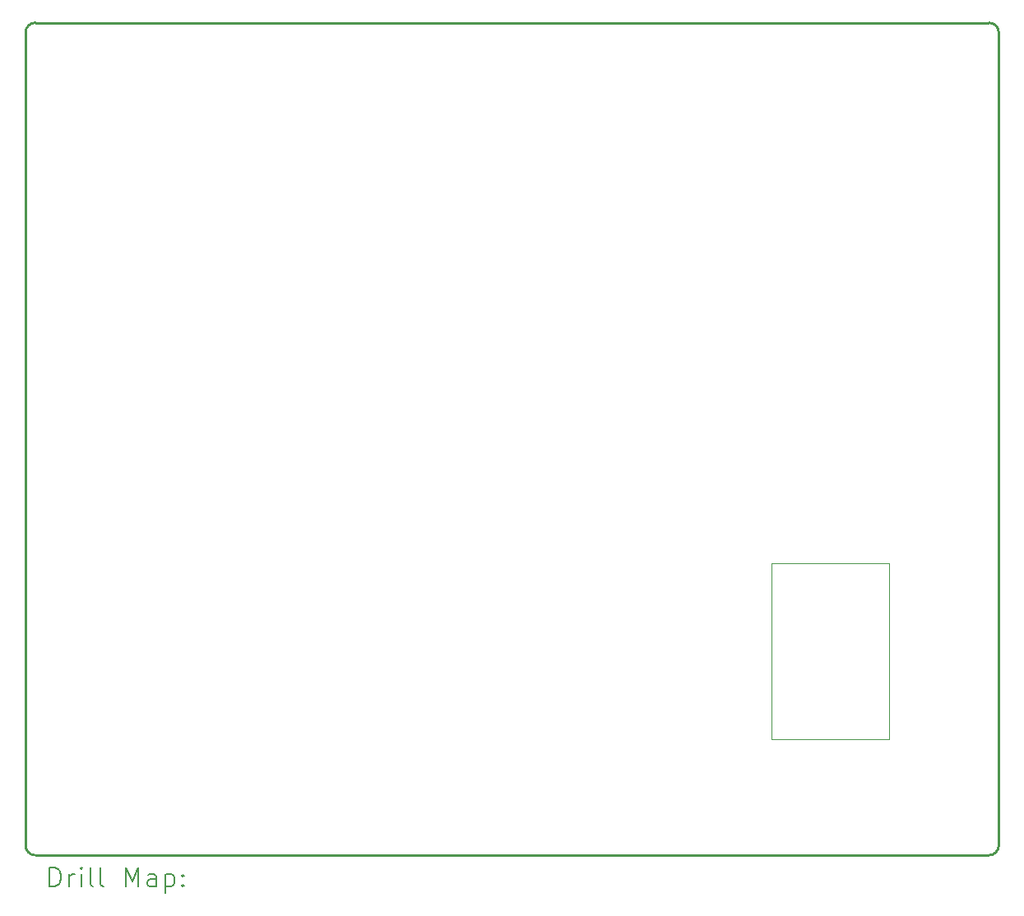
<source format=gbr>
%TF.GenerationSoftware,KiCad,Pcbnew,7.0.6*%
%TF.CreationDate,2024-04-07T14:57:13-04:00*%
%TF.ProjectId,mainbox,6d61696e-626f-4782-9e6b-696361645f70,rev?*%
%TF.SameCoordinates,Original*%
%TF.FileFunction,Drillmap*%
%TF.FilePolarity,Positive*%
%FSLAX45Y45*%
G04 Gerber Fmt 4.5, Leading zero omitted, Abs format (unit mm)*
G04 Created by KiCad (PCBNEW 7.0.6) date 2024-04-07 14:57:13*
%MOMM*%
%LPD*%
G01*
G04 APERTURE LIST*
%ADD10C,0.250000*%
%ADD11C,0.100000*%
%ADD12C,0.200000*%
G04 APERTURE END LIST*
D10*
X22387300Y-4851400D02*
G75*
G03*
X22287300Y-4751400I-100000J0D01*
G01*
X12370300Y-13223900D02*
G75*
G03*
X12470300Y-13323900I100000J0D01*
G01*
X22387300Y-13223900D02*
X22387300Y-4851400D01*
X12370300Y-4851400D02*
X12370300Y-13223900D01*
X22287300Y-13323900D02*
G75*
G03*
X22387300Y-13223900I0J100000D01*
G01*
X22287300Y-4751400D02*
X12470300Y-4751400D01*
X12470300Y-13323900D02*
X22287300Y-13323900D01*
D11*
X20047000Y-10318000D02*
X21255000Y-10318000D01*
X21255000Y-12125000D01*
X20047000Y-12125000D01*
X20047000Y-10318000D01*
D10*
X12470300Y-4751400D02*
G75*
G03*
X12370300Y-4851400I0J-100000D01*
G01*
D12*
X12618577Y-13647884D02*
X12618577Y-13447884D01*
X12618577Y-13447884D02*
X12666196Y-13447884D01*
X12666196Y-13447884D02*
X12694767Y-13457408D01*
X12694767Y-13457408D02*
X12713815Y-13476455D01*
X12713815Y-13476455D02*
X12723339Y-13495503D01*
X12723339Y-13495503D02*
X12732862Y-13533598D01*
X12732862Y-13533598D02*
X12732862Y-13562169D01*
X12732862Y-13562169D02*
X12723339Y-13600265D01*
X12723339Y-13600265D02*
X12713815Y-13619312D01*
X12713815Y-13619312D02*
X12694767Y-13638360D01*
X12694767Y-13638360D02*
X12666196Y-13647884D01*
X12666196Y-13647884D02*
X12618577Y-13647884D01*
X12818577Y-13647884D02*
X12818577Y-13514550D01*
X12818577Y-13552646D02*
X12828101Y-13533598D01*
X12828101Y-13533598D02*
X12837624Y-13524074D01*
X12837624Y-13524074D02*
X12856672Y-13514550D01*
X12856672Y-13514550D02*
X12875720Y-13514550D01*
X12942386Y-13647884D02*
X12942386Y-13514550D01*
X12942386Y-13447884D02*
X12932862Y-13457408D01*
X12932862Y-13457408D02*
X12942386Y-13466931D01*
X12942386Y-13466931D02*
X12951910Y-13457408D01*
X12951910Y-13457408D02*
X12942386Y-13447884D01*
X12942386Y-13447884D02*
X12942386Y-13466931D01*
X13066196Y-13647884D02*
X13047148Y-13638360D01*
X13047148Y-13638360D02*
X13037624Y-13619312D01*
X13037624Y-13619312D02*
X13037624Y-13447884D01*
X13170958Y-13647884D02*
X13151910Y-13638360D01*
X13151910Y-13638360D02*
X13142386Y-13619312D01*
X13142386Y-13619312D02*
X13142386Y-13447884D01*
X13399529Y-13647884D02*
X13399529Y-13447884D01*
X13399529Y-13447884D02*
X13466196Y-13590741D01*
X13466196Y-13590741D02*
X13532862Y-13447884D01*
X13532862Y-13447884D02*
X13532862Y-13647884D01*
X13713815Y-13647884D02*
X13713815Y-13543122D01*
X13713815Y-13543122D02*
X13704291Y-13524074D01*
X13704291Y-13524074D02*
X13685243Y-13514550D01*
X13685243Y-13514550D02*
X13647148Y-13514550D01*
X13647148Y-13514550D02*
X13628101Y-13524074D01*
X13713815Y-13638360D02*
X13694767Y-13647884D01*
X13694767Y-13647884D02*
X13647148Y-13647884D01*
X13647148Y-13647884D02*
X13628101Y-13638360D01*
X13628101Y-13638360D02*
X13618577Y-13619312D01*
X13618577Y-13619312D02*
X13618577Y-13600265D01*
X13618577Y-13600265D02*
X13628101Y-13581217D01*
X13628101Y-13581217D02*
X13647148Y-13571693D01*
X13647148Y-13571693D02*
X13694767Y-13571693D01*
X13694767Y-13571693D02*
X13713815Y-13562169D01*
X13809053Y-13514550D02*
X13809053Y-13714550D01*
X13809053Y-13524074D02*
X13828101Y-13514550D01*
X13828101Y-13514550D02*
X13866196Y-13514550D01*
X13866196Y-13514550D02*
X13885243Y-13524074D01*
X13885243Y-13524074D02*
X13894767Y-13533598D01*
X13894767Y-13533598D02*
X13904291Y-13552646D01*
X13904291Y-13552646D02*
X13904291Y-13609788D01*
X13904291Y-13609788D02*
X13894767Y-13628836D01*
X13894767Y-13628836D02*
X13885243Y-13638360D01*
X13885243Y-13638360D02*
X13866196Y-13647884D01*
X13866196Y-13647884D02*
X13828101Y-13647884D01*
X13828101Y-13647884D02*
X13809053Y-13638360D01*
X13990005Y-13628836D02*
X13999529Y-13638360D01*
X13999529Y-13638360D02*
X13990005Y-13647884D01*
X13990005Y-13647884D02*
X13980482Y-13638360D01*
X13980482Y-13638360D02*
X13990005Y-13628836D01*
X13990005Y-13628836D02*
X13990005Y-13647884D01*
X13990005Y-13524074D02*
X13999529Y-13533598D01*
X13999529Y-13533598D02*
X13990005Y-13543122D01*
X13990005Y-13543122D02*
X13980482Y-13533598D01*
X13980482Y-13533598D02*
X13990005Y-13524074D01*
X13990005Y-13524074D02*
X13990005Y-13543122D01*
M02*

</source>
